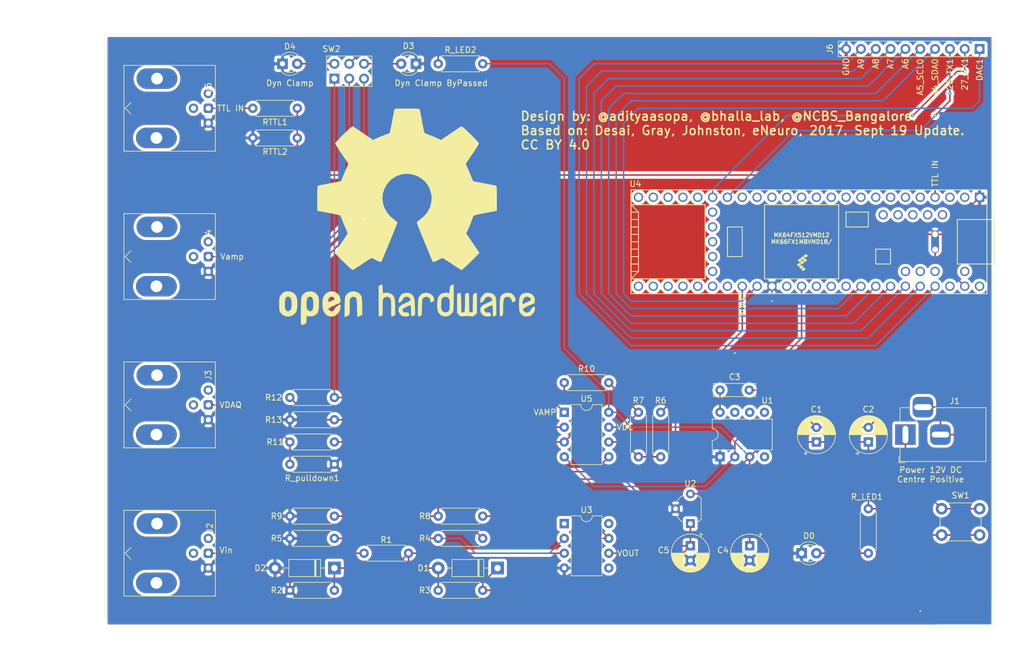
<source format=kicad_pcb>
(kicad_pcb (version 20171130) (host pcbnew "(5.1.6)-1")
  (title_block (title "Dynamic Clamp with Teensy") (date 2020-09-10) (rev v02.1) (comment 1 "CC BY 4.0") (comment 2 "Based on Desai, Gray, Johnston, eNeuro, 2017. Updated on Sept 19.") (comment 3 "Bhalla Lab, NCBS, Bengaluru") (comment 4 "Aditya Asopa"))
  (layers (0 F.Cu signal) (31 B.Cu signal) (36 B.SilkS user) (37 F.SilkS user) (38 B.Mask user) (39 F.Mask user) (44 Edge.Cuts user))
  (net 0 "")
  (net 1 -6V)
  (net 2 +6V)
  (net 3 "Net-(C3-Pad1)")
  (net 4 GND)
  (net 5 +3V3)
  (net 6 "Net-(D0-Pad2)")
  (net 7 "Net-(D1-Pad2)")
  (net 8 "Net-(J1-Pad1)")
  (net 9 "Net-(J2-Pad1)")
  (net 10 "Net-(J3-Pad1)")
  (net 11 "Net-(J5-Pad1)")
  (net 12 /DAC1)
  (net 13 /27_RX1)
  (net 14 /26_TX1)
  (net 15 /A4_SDA0)
  (net 16 /A5_SCL0)
  (net 17 /A6)
  (net 18 /A7)
  (net 19 /A8)
  (net 20 /A9)
  (net 21 GNDA)
  (net 22 "Net-(R4-Pad1)")
  (net 23 "Net-(R4-Pad2)")
  (net 24 "Net-(R6-Pad2)")
  (net 25 "Net-(R6-Pad1)")
  (net 26 "Net-(R10-Pad2)")
  (net 27 "Net-(R8-Pad1)")
  (net 28 "Net-(R10-Pad1)")
  (net 29 "Net-(R12-Pad2)")
  (net 30 "Net-(U1-Pad4)")
  (net 31 "Net-(U1-Pad7)")
  (net 32 "Net-(U1-Pad6)")
  (net 33 "Net-(U1-Pad5)")
  (net 34 "Net-(U3-Pad1)")
  (net 35 "Net-(U3-Pad5)")
  (net 36 "Net-(U3-Pad8)")
  (net 37 "Net-(U4-Pad17)")
  (net 38 "Net-(U4-Pad20)")
  (net 39 "Net-(U4-Pad16)")
  (net 40 "Net-(U4-Pad15)")
  (net 41 "Net-(U4-Pad14)")
  (net 42 "Net-(U4-Pad21)")
  (net 43 "Net-(U4-Pad22)")
  (net 44 "Net-(U4-Pad23)")
  (net 45 "Net-(U4-Pad24)")
  (net 46 "Net-(U4-Pad25)")
  (net 47 "Net-(U4-Pad26)")
  (net 48 "Net-(U4-Pad27)")
  (net 49 "Net-(U4-Pad28)")
  (net 50 "Net-(U4-Pad29)")
  (net 51 "Net-(U4-Pad30)")
  (net 52 "Net-(U4-Pad31)")
  (net 53 "Net-(U4-Pad32)")
  (net 54 "Net-(U4-Pad33)")
  (net 55 "Net-(U4-Pad34)")
  (net 56 "Net-(U4-Pad35)")
  (net 57 "Net-(U4-Pad36)")
  (net 58 "Net-(U4-Pad13)")
  (net 59 "Net-(U4-Pad12)")
  (net 60 "Net-(U4-Pad11)")
  (net 61 "Net-(U4-Pad10)")
  (net 62 "Net-(U4-Pad9)")
  (net 63 "Net-(U4-Pad8)")
  (net 64 "Net-(U4-Pad7)")
  (net 65 "Net-(U4-Pad6)")
  (net 66 "Net-(U4-Pad5)")
  (net 67 "Net-(U4-Pad3)")
  (net 68 "Net-(U4-Pad2)")
  (net 69 "Net-(U4-Pad40)")
  (net 70 "Net-(U4-Pad42)")
  (net 71 "Net-(U4-Pad43)")
  (net 72 "Net-(U4-Pad44)")
  (net 73 "Net-(U4-Pad51)")
  (net 74 "Net-(U4-Pad53)")
  (net 75 "Net-(U4-Pad54)")
  (net 76 "Net-(U4-Pad55)")
  (net 77 "Net-(U4-Pad56)")
  (net 78 "Net-(U4-Pad57)")
  (net 79 "Net-(J4-Pad1)")
  (net 80 "Net-(D3-Pad2)")
  (net 81 "Net-(D4-Pad2)")
  (net 82 "Net-(R12-Pad1)")
  (net 83 "Net-(R_LED2-Pad1)")
  (net 84 "Net-(RTTL1-Pad1)")
  (module Symbol:OSHW-Logo2_48.7x40mm_SilkScreen (layer F.Cu) (at 102.616 82.042)
    (fp_text reference REF** hide)
    (fp_text value OSHW-Logo2_48.7x40mm_SilkScreen hide)
  )
  (module Capacitor_THT:CP_Radial_D6.3mm_P2.50mm (layer F.Cu) (at 161.29 138.43 270)
    (fp_text reference C4 (at 0.762 4.572 180) (layer F.SilkS))
    (fp_text value 1uF)
    (pad 2 thru_hole circle (at 2.5 0 270) (size 1.6 1.6) (drill 0.8) (layers *.Cu *.Mask) (net 4 GND))
    (pad 1 thru_hole rect (at 0 0 270) (size 1.6 1.6) (drill 0.8) (layers *.Cu *.Mask) (net 2 +6V))
  )
  (module Button_Switch_THT:SW_PUSH_6mm (layer F.Cu) (at 194.16 132.08)
    (fp_text reference SW1 (at 3.25 -2.286) (layer F.SilkS))
    (fp_text value "Power Switch")
    (pad 1 thru_hole circle (at 6.5 0 90) (size 2 2) (drill 1.1) (layers *.Cu *.Mask) (net 8 "Net-(J1-Pad1)"))
    (pad 2 thru_hole circle (at 6.5 4.5 90) (size 2 2) (drill 1.1) (layers *.Cu *.Mask) (net 2 +6V))
    (pad 1 thru_hole circle (at 0 0 90) (size 2 2) (drill 1.1) (layers *.Cu *.Mask) (net 8 "Net-(J1-Pad1)"))
    (pad 2 thru_hole circle (at 0 4.5 90) (size 2 2) (drill 1.1) (layers *.Cu *.Mask) (net 2 +6V))
  )
  (module Package_DIP:DIP-8_W7.62mm (layer F.Cu) (at 156.21 123.19 90)
    (fp_text reference U1 (at 9.652 8.128 180) (layer F.SilkS))
    (fp_text value TLE2426xP)
    (pad 8 thru_hole oval (at 7.62 0 90) (size 1.6 1.6) (drill 0.8) (layers *.Cu *.Mask) (net 3 "Net-(C3-Pad1)"))
    (pad 4 thru_hole oval (at 0 7.62 90) (size 1.6 1.6) (drill 0.8) (layers *.Cu *.Mask) (net 30 "Net-(U1-Pad4)"))
    (pad 7 thru_hole oval (at 7.62 2.54 90) (size 1.6 1.6) (drill 0.8) (layers *.Cu *.Mask) (net 31 "Net-(U1-Pad7)"))
    (pad 3 thru_hole oval (at 0 5.08 90) (size 1.6 1.6) (drill 0.8) (layers *.Cu *.Mask) (net 2 +6V))
    (pad 6 thru_hole oval (at 7.62 5.08 90) (size 1.6 1.6) (drill 0.8) (layers *.Cu *.Mask) (net 32 "Net-(U1-Pad6)"))
    (pad 2 thru_hole oval (at 0 2.54 90) (size 1.6 1.6) (drill 0.8) (layers *.Cu *.Mask) (net 1 -6V))
    (pad 5 thru_hole oval (at 7.62 7.62 90) (size 1.6 1.6) (drill 0.8) (layers *.Cu *.Mask) (net 33 "Net-(U1-Pad5)"))
    (pad 1 thru_hole rect (at 0 0 90) (size 1.6 1.6) (drill 0.8) (layers *.Cu *.Mask) (net 4 GND))
  )
  (module Capacitor_THT:CP_Radial_D6.3mm_P2.50mm (layer F.Cu) (at 181.61 120.65 90)
    (fp_text reference C2 (at 5.588 0 180) (layer F.SilkS))
    (fp_text value 100uF)
    (pad 1 thru_hole rect (at 0 0 90) (size 1.6 1.6) (drill 0.8) (layers *.Cu *.Mask) (net 2 +6V))
    (pad 2 thru_hole circle (at 2.5 0 90) (size 1.6 1.6) (drill 0.8) (layers *.Cu *.Mask) (net 1 -6V))
  )
  (module Capacitor_THT:CP_Radial_D6.3mm_P2.50mm (layer F.Cu) (at 172.72 120.65 90)
    (fp_text reference C1 (at 5.588 0 180) (layer F.SilkS))
    (fp_text value 100uF)
    (pad 2 thru_hole circle (at 2.5 0 90) (size 1.6 1.6) (drill 0.8) (layers *.Cu *.Mask) (net 1 -6V))
    (pad 1 thru_hole rect (at 0 0 90) (size 1.6 1.6) (drill 0.8) (layers *.Cu *.Mask) (net 2 +6V))
  )
  (module Capacitor_THT:C_Rect_L7.0mm_W2.0mm_P5.00mm (layer F.Cu) (at 156.21 111.76)
    (fp_text reference C3 (at 2.5 -2.25) (layer F.SilkS))
    (fp_text value 1uF)
    (pad 1 thru_hole circle (at 0 0) (size 1.6 1.6) (drill 0.8) (layers *.Cu *.Mask) (net 3 "Net-(C3-Pad1)"))
    (pad 2 thru_hole circle (at 5 0) (size 1.6 1.6) (drill 0.8) (layers *.Cu *.Mask) (net 1 -6V))
  )
  (module Capacitor_THT:CP_Radial_D6.3mm_P2.50mm (layer F.Cu) (at 151.13 138.43 270)
    (fp_text reference C5 (at 0.762 4.572 180) (layer F.SilkS))
    (fp_text value 2.2uF)
    (pad 1 thru_hole rect (at 0 0 270) (size 1.6 1.6) (drill 0.8) (layers *.Cu *.Mask) (net 5 +3V3))
    (pad 2 thru_hole circle (at 2.5 0 270) (size 1.6 1.6) (drill 0.8) (layers *.Cu *.Mask) (net 4 GND))
  )
  (module LED_THT:LED_D3.0mm (layer F.Cu) (at 170.18 139.7)
    (fp_text reference D0 (at 1.27 -2.96) (layer F.SilkS))
    (fp_text value "Power LED")
    (pad 2 thru_hole circle (at 2.54 0) (size 1.8 1.8) (drill 0.9) (layers *.Cu *.Mask) (net 6 "Net-(D0-Pad2)"))
    (pad 1 thru_hole rect (at 0 0) (size 1.8 1.8) (drill 0.9) (layers *.Cu *.Mask) (net 4 GND))
  )
  (module Diode_THT:D_DO-41_SOD81_P10.16mm_Horizontal (layer F.Cu) (at 118.11 142.24 180)
    (fp_text reference D1 (at 12.7 0) (layer F.SilkS))
    (fp_text value 1N5817)
    (pad 2 thru_hole oval (at 10.16 0 180) (size 2.2 2.2) (drill 1.1) (layers *.Cu *.Mask) (net 7 "Net-(D1-Pad2)"))
    (pad 1 thru_hole rect (at 0 0 180) (size 2.2 2.2) (drill 1.1) (layers *.Cu *.Mask) (net 5 +3V3))
  )
  (module Diode_THT:D_DO-41_SOD81_P10.16mm_Horizontal (layer F.Cu) (at 90.17 142.24 180)
    (fp_text reference D2 (at 12.7 0) (layer F.SilkS))
    (fp_text value 1N5817)
    (pad 1 thru_hole rect (at 0 0 180) (size 2.2 2.2) (drill 1.1) (layers *.Cu *.Mask) (net 7 "Net-(D1-Pad2)"))
    (pad 2 thru_hole oval (at 10.16 0 180) (size 2.2 2.2) (drill 1.1) (layers *.Cu *.Mask) (net 4 GND))
  )
  (module Connector_BarrelJack:BarrelJack_Horizontal (layer F.Cu) (at 187.96 119.38 180)
    (fp_text reference J1 (at -8.45 5.75) (layer F.SilkS))
    (fp_text value "12V DC")
    (pad 1 thru_hole rect (at 0 0 180) (size 3.5 3.5) (drill oval 1 3) (layers *.Cu *.Mask) (net 8 "Net-(J1-Pad1)"))
    (pad 2 thru_hole roundrect (at -6 0 180) (size 3.500001 3.500001) (drill oval 2.999999 1) (layers *.Cu *.Mask) (net 1 -6V))
    (pad 3 thru_hole roundrect (at -3 4.7 180) (size 3.500001 3.500001) (drill oval 2.999999 1) (layers *.Cu *.Mask))
  )
  (module Connector_Coaxial:BNC_Amphenol_031-6575_Horizontal (layer F.Cu) (at 68.58 139.7 90)
    (fp_text reference J2 (at 4.318 0.254 90) (layer F.SilkS))
    (fp_text value VIN)
    (pad "" thru_hole oval (at -5.08 -8.89 90) (size 3.5 7) (drill 2.01) (layers *.Cu *.Mask))
    (pad "" thru_hole oval (at 5.08 -8.79 90) (size 3.5 7) (drill 2.01) (layers *.Cu *.Mask))
    (pad 1 thru_hole roundrect (at 0 0 90) (size 1.6 1.6) (drill 0.89) (layers *.Cu *.Mask) (net 9 "Net-(J2-Pad1)"))
    (pad 2 thru_hole circle (at -2.54 0 90) (size 1.6 1.6) (drill 0.89) (layers *.Cu *.Mask) (net 4 GND))
    (pad 3 thru_hole circle (at 0 -2.54 90) (size 1.6 1.6) (drill 0.89) (layers *.Cu *.Mask))
    (pad 4 thru_hole circle (at 2.54 0 90) (size 1.6 1.6) (drill 0.89) (layers *.Cu *.Mask))
  )
  (module Connector_Coaxial:BNC_Amphenol_031-6575_Horizontal (layer F.Cu) (at 68.58 114.3 90)
    (fp_text reference J3 (at 5.08 0 90) (layer F.SilkS))
    (fp_text value VDAQ)
    (pad 4 thru_hole circle (at 2.54 0 90) (size 1.6 1.6) (drill 0.89) (layers *.Cu *.Mask))
    (pad 3 thru_hole circle (at 0 -2.54 90) (size 1.6 1.6) (drill 0.89) (layers *.Cu *.Mask))
    (pad 2 thru_hole circle (at -2.54 0 90) (size 1.6 1.6) (drill 0.89) (layers *.Cu *.Mask) (net 4 GND))
    (pad 1 thru_hole roundrect (at 0 0 90) (size 1.6 1.6) (drill 0.89) (layers *.Cu *.Mask) (net 10 "Net-(J3-Pad1)"))
    (pad "" thru_hole oval (at 5.08 -8.79 90) (size 3.5 7) (drill 2.01) (layers *.Cu *.Mask))
    (pad "" thru_hole oval (at -5.08 -8.89 90) (size 3.5 7) (drill 2.01) (layers *.Cu *.Mask))
  )
  (module Connector_Coaxial:BNC_Amphenol_031-6575_Horizontal (layer F.Cu) (at 68.58 88.9 90)
    (fp_text reference J4 (at 3.81 0 270) (layer F.SilkS))
    (fp_text value VAMP)
    (pad "" thru_hole oval (at -5.08 -8.89 90) (size 3.5 7) (drill 2.01) (layers *.Cu *.Mask))
    (pad "" thru_hole oval (at 5.08 -8.79 90) (size 3.5 7) (drill 2.01) (layers *.Cu *.Mask))
    (pad 1 thru_hole roundrect (at 0 0 90) (size 1.6 1.6) (drill 0.89) (layers *.Cu *.Mask) (net 79 "Net-(J4-Pad1)"))
    (pad 2 thru_hole circle (at -2.54 0 90) (size 1.6 1.6) (drill 0.89) (layers *.Cu *.Mask) (net 4 GND))
    (pad 3 thru_hole circle (at 0 -2.54 90) (size 1.6 1.6) (drill 0.89) (layers *.Cu *.Mask))
    (pad 4 thru_hole circle (at 2.54 0 90) (size 1.6 1.6) (drill 0.89) (layers *.Cu *.Mask))
  )
  (module Connector_Coaxial:BNC_Amphenol_031-6575_Horizontal (layer F.Cu) (at 68.58 63.5 90)
    (fp_text reference J5 (at 3.556 0 90) (layer F.SilkS))
    (fp_text value TTL)
    (pad 4 thru_hole circle (at 2.54 0 90) (size 1.6 1.6) (drill 0.89) (layers *.Cu *.Mask))
    (pad 3 thru_hole circle (at 0 -2.54 90) (size 1.6 1.6) (drill 0.89) (layers *.Cu *.Mask))
    (pad 2 thru_hole circle (at -2.54 0 90) (size 1.6 1.6) (drill 0.89) (layers *.Cu *.Mask) (net 4 GND))
    (pad 1 thru_hole roundrect (at 0 0 90) (size 1.6 1.6) (drill 0.89) (layers *.Cu *.Mask) (net 11 "Net-(J5-Pad1)"))
    (pad "" thru_hole oval (at 5.08 -8.79 90) (size 3.5 7) (drill 2.01) (layers *.Cu *.Mask))
    (pad "" thru_hole oval (at -5.08 -8.89 90) (size 3.5 7) (drill 2.01) (layers *.Cu *.Mask))
  )
  (module Connector_PinSocket_2.54mm:PinSocket_1x10_P2.54mm_Vertical (layer F.Cu) (at 200.66 53.34 270)
    (fp_text reference J6 (at 0 25.654 90) (layer F.SilkS))
    (fp_text value Breakout)
    (pad 10 thru_hole oval (at 0 22.86 270) (size 1.7 1.7) (drill 1) (layers *.Cu *.Mask) (net 4 GND))
    (pad 9 thru_hole oval (at 0 20.32 270) (size 1.7 1.7) (drill 1) (layers *.Cu *.Mask) (net 20 /A9))
    (pad 8 thru_hole oval (at 0 17.78 270) (size 1.7 1.7) (drill 1) (layers *.Cu *.Mask) (net 19 /A8))
    (pad 7 thru_hole oval (at 0 15.24 270) (size 1.7 1.7) (drill 1) (layers *.Cu *.Mask) (net 18 /A7))
    (pad 6 thru_hole oval (at 0 12.7 270) (size 1.7 1.7) (drill 1) (layers *.Cu *.Mask) (net 17 /A6))
    (pad 5 thru_hole oval (at 0 10.16 270) (size 1.7 1.7) (drill 1) (layers *.Cu *.Mask) (net 16 /A5_SCL0))
    (pad 4 thru_hole oval (at 0 7.62 270) (size 1.7 1.7) (drill 1) (layers *.Cu *.Mask) (net 15 /A4_SDA0))
    (pad 3 thru_hole oval (at 0 5.08 270) (size 1.7 1.7) (drill 1) (layers *.Cu *.Mask) (net 14 /26_TX1))
    (pad 2 thru_hole oval (at 0 2.54 270) (size 1.7 1.7) (drill 1) (layers *.Cu *.Mask) (net 13 /27_RX1))
    (pad 1 thru_hole rect (at 0 0 270) (size 1.7 1.7) (drill 1) (layers *.Cu *.Mask) (net 12 /DAC1))
  )
  (module NetTie:NetTie-2_THT_Pad1.0mm (layer F.Cu) (at 193.04 85.09 270)
    (fp_text reference NT1 hide)
    (fp_text value Net-Tie_2)
    (fp_poly (pts (xy 0 -0.65) (xy 2.6 -0.65) (xy 2.6 0.65) (xy 0 0.65)) (layer B.Cu) (width 0))
    (fp_poly (pts (xy 0 -0.65) (xy 2.6 -0.65) (xy 2.6 0.65) (xy 0 0.65)) (layer F.Cu) (width 0))
    (pad 1 thru_hole circle (at 0 0 270) (size 1.3 1.3) (drill 1) (layers *.Cu) (net 4 GND))
    (pad 2 thru_hole circle (at 2.6 0 270) (size 1.3 1.3) (drill 1) (layers *.Cu) (net 21 GNDA))
  )
  (module Resistor_THT:R_Axial_DIN0207_L6.3mm_D2.5mm_P7.62mm_Horizontal (layer F.Cu) (at 102.87 139.7 180)
    (fp_text reference R1 (at 3.81 2.286) (layer F.SilkS))
    (fp_text value 10kΩ)
    (pad 2 thru_hole oval (at 7.62 0 180) (size 1.6 1.6) (drill 0.8) (layers *.Cu *.Mask) (net 9 "Net-(J2-Pad1)"))
    (pad 1 thru_hole circle (at 0 0 180) (size 1.6 1.6) (drill 0.8) (layers *.Cu *.Mask) (net 7 "Net-(D1-Pad2)"))
  )
  (module Resistor_THT:R_Axial_DIN0207_L6.3mm_D2.5mm_P7.62mm_Horizontal (layer F.Cu) (at 82.55 146.05)
    (fp_text reference R2 (at -2.286 0) (layer F.SilkS))
    (fp_text value 4.7kΩ)
    (pad 1 thru_hole circle (at 0 0) (size 1.6 1.6) (drill 0.8) (layers *.Cu *.Mask) (net 4 GND))
    (pad 2 thru_hole oval (at 7.62 0) (size 1.6 1.6) (drill 0.8) (layers *.Cu *.Mask) (net 7 "Net-(D1-Pad2)"))
  )
  (module Resistor_THT:R_Axial_DIN0207_L6.3mm_D2.5mm_P7.62mm_Horizontal (layer F.Cu) (at 115.57 146.05 180)
    (fp_text reference R3 (at 9.906 0) (layer F.SilkS))
    (fp_text value 3.2kΩ)
    (pad 1 thru_hole circle (at 0 0 180) (size 1.6 1.6) (drill 0.8) (layers *.Cu *.Mask) (net 5 +3V3))
    (pad 2 thru_hole oval (at 7.62 0 180) (size 1.6 1.6) (drill 0.8) (layers *.Cu *.Mask) (net 7 "Net-(D1-Pad2)"))
  )
  (module Resistor_THT:R_Axial_DIN0207_L6.3mm_D2.5mm_P7.62mm_Horizontal (layer F.Cu) (at 115.57 137.16 180)
    (fp_text reference R4 (at 9.906 0) (layer F.SilkS))
    (fp_text value 0)
    (pad 1 thru_hole circle (at 0 0 180) (size 1.6 1.6) (drill 0.8) (layers *.Cu *.Mask) (net 22 "Net-(R4-Pad1)"))
    (pad 2 thru_hole oval (at 7.62 0 180) (size 1.6 1.6) (drill 0.8) (layers *.Cu *.Mask) (net 23 "Net-(R4-Pad2)"))
  )
  (module Resistor_THT:R_Axial_DIN0207_L6.3mm_D2.5mm_P7.62mm_Horizontal (layer F.Cu) (at 90.17 137.16 180)
    (fp_text reference R5 (at 9.906 0) (layer F.SilkS))
    (fp_text value Inf)
    (pad 2 thru_hole oval (at 7.62 0 180) (size 1.6 1.6) (drill 0.8) (layers *.Cu *.Mask) (net 4 GND))
    (pad 1 thru_hole circle (at 0 0 180) (size 1.6 1.6) (drill 0.8) (layers *.Cu *.Mask) (net 23 "Net-(R4-Pad2)"))
  )
  (module Resistor_THT:R_Axial_DIN0207_L6.3mm_D2.5mm_P7.62mm_Horizontal (layer F.Cu) (at 146.05 123.19 90)
    (fp_text reference R6 (at 9.652 0 180) (layer F.SilkS))
    (fp_text value 4.7kΩ)
    (pad 2 thru_hole oval (at 7.62 0 90) (size 1.6 1.6) (drill 0.8) (layers *.Cu *.Mask) (net 24 "Net-(R6-Pad2)"))
    (pad 1 thru_hole circle (at 0 0 90) (size 1.6 1.6) (drill 0.8) (layers *.Cu *.Mask) (net 25 "Net-(R6-Pad1)"))
  )
  (module Resistor_THT:R_Axial_DIN0207_L6.3mm_D2.5mm_P7.62mm_Horizontal (layer F.Cu) (at 142.24 123.19 90)
    (fp_text reference R7 (at 9.652 0 180) (layer F.SilkS))
    (fp_text value 10kΩ)
    (pad 2 thru_hole oval (at 7.62 0 90) (size 1.6 1.6) (drill 0.8) (layers *.Cu *.Mask) (net 26 "Net-(R10-Pad2)"))
    (pad 1 thru_hole circle (at 0 0 90) (size 1.6 1.6) (drill 0.8) (layers *.Cu *.Mask) (net 25 "Net-(R6-Pad1)"))
  )
  (module Resistor_THT:R_Axial_DIN0207_L6.3mm_D2.5mm_P7.62mm_Horizontal (layer F.Cu) (at 107.95 133.35)
    (fp_text reference R8 (at -2.286 0) (layer F.SilkS))
    (fp_text value 10kΩ)
    (pad 2 thru_hole oval (at 7.62 0) (size 1.6 1.6) (drill 0.8) (layers *.Cu *.Mask) (net 5 +3V3))
    (pad 1 thru_hole circle (at 0 0) (size 1.6 1.6) (drill 0.8) (layers *.Cu *.Mask) (net 27 "Net-(R8-Pad1)"))
  )
  (module Resistor_THT:R_Axial_DIN0207_L6.3mm_D2.5mm_P7.62mm_Horizontal (layer F.Cu) (at 90.17 133.35 180)
    (fp_text reference R9 (at 9.906 0) (layer F.SilkS))
    (fp_text value 4.7kΩ)
    (pad 1 thru_hole circle (at 0 0 180) (size 1.6 1.6) (drill 0.8) (layers *.Cu *.Mask) (net 27 "Net-(R8-Pad1)"))
    (pad 2 thru_hole oval (at 7.62 0 180) (size 1.6 1.6) (drill 0.8) (layers *.Cu *.Mask) (net 4 GND))
  )
  (module Resistor_THT:R_Axial_DIN0207_L6.3mm_D2.5mm_P7.62mm_Horizontal (layer F.Cu) (at 129.54 110.49)
    (fp_text reference R10 (at 3.81 -2.37) (layer F.SilkS))
    (fp_text value 10kΩ)
    (pad 1 thru_hole circle (at 0 0) (size 1.6 1.6) (drill 0.8) (layers *.Cu *.Mask) (net 28 "Net-(R10-Pad1)"))
    (pad 2 thru_hole oval (at 7.62 0) (size 1.6 1.6) (drill 0.8) (layers *.Cu *.Mask) (net 26 "Net-(R10-Pad2)"))
  )
  (module Resistor_THT:R_Axial_DIN0207_L6.3mm_D2.5mm_P7.62mm_Horizontal (layer F.Cu) (at 90.17 120.65 180)
    (fp_text reference R11 (at 10.16 0) (layer F.SilkS))
    (fp_text value 10kΩ)
    (pad 2 thru_hole oval (at 7.62 0 180) (size 1.6 1.6) (drill 0.8) (layers *.Cu *.Mask) (net 10 "Net-(J3-Pad1)"))
    (pad 1 thru_hole circle (at 0 0 180) (size 1.6 1.6) (drill 0.8) (layers *.Cu *.Mask) (net 28 "Net-(R10-Pad1)"))
  )
  (module Resistor_THT:R_Axial_DIN0207_L6.3mm_D2.5mm_P7.62mm_Horizontal (layer F.Cu) (at 90.17 113.03 180)
    (fp_text reference R12 (at 10.414 0) (layer F.SilkS))
    (fp_text value 10kΩ)
    (pad 1 thru_hole circle (at 0 0 180) (size 1.6 1.6) (drill 0.8) (layers *.Cu *.Mask) (net 82 "Net-(R12-Pad1)"))
    (pad 2 thru_hole oval (at 7.62 0 180) (size 1.6 1.6) (drill 0.8) (layers *.Cu *.Mask) (net 29 "Net-(R12-Pad2)"))
  )
  (module Resistor_THT:R_Axial_DIN0207_L6.3mm_D2.5mm_P7.62mm_Horizontal (layer F.Cu) (at 90.17 116.84 180)
    (fp_text reference R13 (at 10.414 0) (layer F.SilkS))
    (fp_text value 10kΩ)
    (pad 1 thru_hole circle (at 0 0 180) (size 1.6 1.6) (drill 0.8) (layers *.Cu *.Mask) (net 29 "Net-(R12-Pad2)"))
    (pad 2 thru_hole oval (at 7.62 0 180) (size 1.6 1.6) (drill 0.8) (layers *.Cu *.Mask) (net 4 GND))
  )
  (module Resistor_THT:R_Axial_DIN0207_L6.3mm_D2.5mm_P7.62mm_Horizontal (layer F.Cu) (at 181.61 139.7 90)
    (fp_text reference R_LED1 (at 9.652 -0.254 180) (layer F.SilkS))
    (fp_text value 470Ω)
    (pad 1 thru_hole circle (at 0 0 90) (size 1.6 1.6) (drill 0.8) (layers *.Cu *.Mask) (net 6 "Net-(D0-Pad2)"))
    (pad 2 thru_hole oval (at 7.62 0 90) (size 1.6 1.6) (drill 0.8) (layers *.Cu *.Mask) (net 2 +6V))
  )
  (module teensy:Teensy35_36 (layer F.Cu) (at 171.45 86.36 180)
    (fp_text reference U4 (at 29.718 9.906) (layer F.SilkS))
    (fp_text value Teensy3.6)
    (fp_text user MK66FX1MBVMD18/ (at 1.27 0) (layer F.SilkS) (effects (font (size 0.7 0.7))))
    (fp_text user MK64FX512VMD12 (at 1.27 1.143) (layer F.SilkS) (effects (font (size 0.7 0.7))))
    (pad 17 thru_hole circle (at 11.43 7.62 180) (size 1.6 1.6) (drill 1.1) (layers *.Cu *.Mask) (net 37 "Net-(U4-Pad17)"))
    (pad 18 thru_hole circle (at 13.97 7.62 180) (size 1.6 1.6) (drill 1.1) (layers *.Cu *.Mask) (net 14 /26_TX1))
    (pad 19 thru_hole circle (at 16.51 7.62 180) (size 1.6 1.6) (drill 1.1) (layers *.Cu *.Mask) (net 13 /27_RX1))
    (pad 20 thru_hole circle (at 19.05 7.62 180) (size 1.6 1.6) (drill 1.1) (layers *.Cu *.Mask) (net 38 "Net-(U4-Pad20)"))
    (pad 16 thru_hole circle (at 8.89 7.62 180) (size 1.6 1.6) (drill 1.1) (layers *.Cu *.Mask) (net 39 "Net-(U4-Pad16)"))
    (pad 15 thru_hole circle (at 6.35 7.62 180) (size 1.6 1.6) (drill 1.1) (layers *.Cu *.Mask) (net 40 "Net-(U4-Pad15)"))
    (pad 14 thru_hole circle (at 3.81 7.62 180) (size 1.6 1.6) (drill 1.1) (layers *.Cu *.Mask) (net 41 "Net-(U4-Pad14)"))
    (pad 21 thru_hole circle (at 21.59 7.62 180) (size 1.6 1.6) (drill 1.1) (layers *.Cu *.Mask) (net 42 "Net-(U4-Pad21)"))
    (pad 22 thru_hole circle (at 24.13 7.62 180) (size 1.6 1.6) (drill 1.1) (layers *.Cu *.Mask) (net 43 "Net-(U4-Pad22)"))
    (pad 23 thru_hole circle (at 26.67 7.62 180) (size 1.6 1.6) (drill 1.1) (layers *.Cu *.Mask) (net 44 "Net-(U4-Pad23)"))
    (pad 24 thru_hole circle (at 29.21 7.62 180) (size 1.6 1.6) (drill 1.1) (layers *.Cu *.Mask) (net 45 "Net-(U4-Pad24)"))
    (pad 25 thru_hole circle (at 16.51 5.08 180) (size 1.6 1.6) (drill 1.1) (layers *.Cu *.Mask) (net 46 "Net-(U4-Pad25)"))
    (pad 26 thru_hole circle (at 16.51 2.54 180) (size 1.6 1.6) (drill 1.1) (layers *.Cu *.Mask) (net 47 "Net-(U4-Pad26)"))
    (pad 27 thru_hole circle (at 16.51 0 180) (size 1.6 1.6) (drill 1.1) (layers *.Cu *.Mask) (net 48 "Net-(U4-Pad27)"))
    (pad 28 thru_hole circle (at 16.51 -2.54 180) (size 1.6 1.6) (drill 1.1) (layers *.Cu *.Mask) (net 49 "Net-(U4-Pad28)"))
    (pad 29 thru_hole circle (at 16.51 -5.08 180) (size 1.6 1.6) (drill 1.1) (layers *.Cu *.Mask) (net 50 "Net-(U4-Pad29)"))
    (pad 30 thru_hole circle (at 29.21 -7.62 180) (size 1.6 1.6) (drill 1.1) (layers *.Cu *.Mask) (net 51 "Net-(U4-Pad30)"))
    (pad 31 thru_hole circle (at 26.67 -7.62 180) (size 1.6 1.6) (drill 1.1) (layers *.Cu *.Mask) (net 52 "Net-(U4-Pad31)"))
    (pad 32 thru_hole circle (at 24.13 -7.62 180) (size 1.6 1.6) (drill 1.1) (layers *.Cu *.Mask) (net 53 "Net-(U4-Pad32)"))
    (pad 33 thru_hole circle (at 21.59 -7.62 180) (size 1.6 1.6) (drill 1.1) (layers *.Cu *.Mask) (net 54 "Net-(U4-Pad33)"))
    (pad 34 thru_hole circle (at 19.05 -7.62 180) (size 1.6 1.6) (drill 1.1) (layers *.Cu *.Mask) (net 55 "Net-(U4-Pad34)"))
    (pad 35 thru_hole circle (at 16.51 -7.62 180) (size 1.6 1.6) (drill 1.1) (layers *.Cu *.Mask) (net 56 "Net-(U4-Pad35)"))
    (pad 36 thru_hole circle (at 13.97 -7.62 180) (size 1.6 1.6) (drill 1.1) (layers *.Cu *.Mask) (net 57 "Net-(U4-Pad36)"))
    (pad 37 thru_hole circle (at 11.43 -7.62 180) (size 1.6 1.6) (drill 1.1) (layers *.Cu *.Mask) (net 24 "Net-(R6-Pad2)"))
    (pad 13 thru_hole circle (at 1.27 7.62 180) (size 1.6 1.6) (drill 1.1) (layers *.Cu *.Mask) (net 58 "Net-(U4-Pad13)"))
    (pad 12 thru_hole circle (at -1.27 7.62 180) (size 1.6 1.6) (drill 1.1) (layers *.Cu *.Mask) (net 59 "Net-(U4-Pad12)"))
    (pad 11 thru_hole circle (at -3.81 7.62 180) (size 1.6 1.6) (drill 1.1) (layers *.Cu *.Mask) (net 60 "Net-(U4-Pad11)"))
    (pad 10 thru_hole circle (at -6.35 7.62 180) (size 1.6 1.6) (drill 1.1) (layers *.Cu *.Mask) (net 61 "Net-(U4-Pad10)"))
    (pad 9 thru_hole circle (at -8.89 7.62 180) (size 1.6 1.6) (drill 1.1) (layers *.Cu *.Mask) (net 62 "Net-(U4-Pad9)"))
    (pad 8 thru_hole circle (at -11.43 7.62 180) (size 1.6 1.6) (drill 1.1) (layers *.Cu *.Mask) (net 63 "Net-(U4-Pad8)"))
    (pad 7 thru_hole circle (at -13.97 7.62 180) (size 1.6 1.6) (drill 1.1) (layers *.Cu *.Mask) (net 64 "Net-(U4-Pad7)"))
    (pad 6 thru_hole circle (at -16.51 7.62 180) (size 1.6 1.6) (drill 1.1) (layers *.Cu *.Mask) (net 65 "Net-(U4-Pad6)"))
    (pad 5 thru_hole circle (at -19.05 7.62 180) (size 1.6 1.6) (drill 1.1) (layers *.Cu *.Mask) (net 66 "Net-(U4-Pad5)"))
    (pad 4 thru_hole circle (at -21.59 7.62 180) (size 1.6 1.6) (drill 1.1) (layers *.Cu *.Mask) (net 84 "Net-(RTTL1-Pad1)"))
    (pad 3 thru_hole circle (at -24.13 7.62 180) (size 1.6 1.6) (drill 1.1) (layers *.Cu *.Mask) (net 67 "Net-(U4-Pad3)"))
    (pad 2 thru_hole circle (at -26.67 7.62 180) (size 1.6 1.6) (drill 1.1) (layers *.Cu *.Mask) (net 68 "Net-(U4-Pad2)"))
    (pad 1 thru_hole rect (at -29.21 7.62 180) (size 1.6 1.6) (drill 1.1) (layers *.Cu *.Mask) (net 4 GND))
    (pad 38 thru_hole circle (at 8.89 -7.62 180) (size 1.6 1.6) (drill 1.1) (layers *.Cu *.Mask) (net 12 /DAC1))
    (pad 39 thru_hole circle (at 6.35 -7.62 180) (size 1.6 1.6) (drill 1.1) (layers *.Cu *.Mask) (net 4 GND))
    (pad 40 thru_hole circle (at 3.81 -7.62 180) (size 1.6 1.6) (drill 1.1) (layers *.Cu *.Mask) (net 69 "Net-(U4-Pad40)"))
    (pad 41 thru_hole circle (at 1.27 -7.62 180) (size 1.6 1.6) (drill 1.1) (layers *.Cu *.Mask) (net 22 "Net-(R4-Pad1)"))
    (pad 42 thru_hole circle (at -1.27 -7.62 180) (size 1.6 1.6) (drill 1.1) (layers *.Cu *.Mask) (net 70 "Net-(U4-Pad42)"))
    (pad 43 thru_hole circle (at -3.81 -7.62 180) (size 1.6 1.6) (drill 1.1) (layers *.Cu *.Mask) (net 71 "Net-(U4-Pad43)"))
    (pad 44 thru_hole circle (at -6.35 -7.62 180) (size 1.6 1.6) (drill 1.1) (layers *.Cu *.Mask) (net 72 "Net-(U4-Pad44)"))
    (pad 45 thru_hole circle (at -8.89 -7.62 180) (size 1.6 1.6) (drill 1.1) (layers *.Cu *.Mask) (net 15 /A4_SDA0))
    (pad 46 thru_hole circle (at -11.43 -7.62 180) (size 1.6 1.6) (drill 1.1) (layers *.Cu *.Mask) (net 16 /A5_SCL0))
    (pad 47 thru_hole circle (at -13.97 -7.62 180) (size 1.6 1.6) (drill 1.1) (layers *.Cu *.Mask) (net 17 /A6))
    (pad 48 thru_hole circle (at -16.51 -7.62 180) (size 1.6 1.6) (drill 1.1) (layers *.Cu *.Mask) (net 18 /A7))
    (pad 49 thru_hole circle (at -19.05 -7.62 180) (size 1.6 1.6) (drill 1.1) (layers *.Cu *.Mask) (net 19 /A8))
    (pad 50 thru_hole circle (at -21.59 -7.62 180) (size 1.6 1.6) (drill 1.1) (layers *.Cu *.Mask) (net 20 /A9))
    (pad 51 thru_hole circle (at -24.13 -7.62 180) (size 1.6 1.6) (drill 1.1) (layers *.Cu *.Mask) (net 73 "Net-(U4-Pad51)"))
    (pad 52 thru_hole circle (at -26.67 -7.62 180) (size 1.6 1.6) (drill 1.1) (layers *.Cu *.Mask) (net 21 GNDA))
    (pad 53 thru_hole circle (at -29.21 -7.62 180) (size 1.6 1.6) (drill 1.1) (layers *.Cu *.Mask) (net 74 "Net-(U4-Pad53)"))
    (pad 54 thru_hole circle (at -26.67 -5.08 180) (size 1.6 1.6) (drill 1.1) (layers *.Cu *.Mask) (net 75 "Net-(U4-Pad54)"))
    (pad 55 thru_hole circle (at -21.59 -5.08 180) (size 1.6 1.6) (drill 1.1) (layers *.Cu *.Mask) (net 76 "Net-(U4-Pad55)"))
    (pad 56 thru_hole circle (at -19.05 -5.08 180) (size 1.6 1.6) (drill 1.1) (layers *.Cu *.Mask) (net 77 "Net-(U4-Pad56)"))
    (pad 57 thru_hole circle (at -16.51 -5.08 180) (size 1.6 1.6) (drill 1.1) (layers *.Cu *.Mask) (net 78 "Net-(U4-Pad57)"))
    (pad 58 thru_hole circle (at -22.86 4.62 180) (size 1.6 1.6) (drill 1.1) (layers *.Cu *.Mask))
    (pad 59 thru_hole circle (at -20.32 4.62 180) (size 1.6 1.6) (drill 1.1) (layers *.Cu *.Mask))
    (pad 60 thru_hole circle (at -17.78 4.62 180) (size 1.6 1.6) (drill 1.1) (layers *.Cu *.Mask))
    (pad 61 thru_hole circle (at -15.24 4.62 180) (size 1.6 1.6) (drill 1.1) (layers *.Cu *.Mask))
    (pad 62 thru_hole circle (at -12.7 4.62 180) (size 1.6 1.6) (drill 1.1) (layers *.Cu *.Mask))
  )
  (module Package_DIP:DIP-8_W7.62mm (layer F.Cu) (at 129.54 115.57)
    (fp_text reference U5 (at 3.81 -2.33) (layer F.SilkS))
    (fp_text value LM358)
    (pad 1 thru_hole rect (at 0 0) (size 1.6 1.6) (drill 0.8) (layers *.Cu *.Mask) (net 82 "Net-(R12-Pad1)"))
    (pad 5 thru_hole oval (at 7.62 7.62) (size 1.6 1.6) (drill 0.8) (layers *.Cu *.Mask) (net 27 "Net-(R8-Pad1)"))
    (pad 2 thru_hole oval (at 0 2.54) (size 1.6 1.6) (drill 0.8) (layers *.Cu *.Mask) (net 29 "Net-(R12-Pad2)"))
    (pad 6 thru_hole oval (at 7.62 5.08) (size 1.6 1.6) (drill 0.8) (layers *.Cu *.Mask) (net 25 "Net-(R6-Pad1)"))
    (pad 3 thru_hole oval (at 0 5.08) (size 1.6 1.6) (drill 0.8) (layers *.Cu *.Mask) (net 28 "Net-(R10-Pad1)"))
    (pad 7 thru_hole oval (at 7.62 2.54) (size 1.6 1.6) (drill 0.8) (layers *.Cu *.Mask) (net 26 "Net-(R10-Pad2)"))
    (pad 4 thru_hole oval (at 0 7.62) (size 1.6 1.6) (drill 0.8) (layers *.Cu *.Mask) (net 1 -6V))
    (pad 8 thru_hole oval (at 7.62 0) (size 1.6 1.6) (drill 0.8) (layers *.Cu *.Mask) (net 2 +6V))
  )
  (module Package_TO_SOT_THT:TO-92_Wide (layer F.Cu) (at 151.13 134.62 90)
    (fp_text reference U2 (at 6.858 0 180) (layer F.SilkS))
    (fp_text value LP2950-3.3)
    (pad 2 thru_hole circle (at 2.54 -2.54 180) (size 1.5 1.5) (drill 0.8) (layers *.Cu *.Mask) (net 4 GND))
    (pad 3 thru_hole circle (at 5.08 0 180) (size 1.5 1.5) (drill 0.8) (layers *.Cu *.Mask) (net 2 +6V))
    (pad 1 thru_hole rect (at 0 0 180) (size 1.5 1.5) (drill 0.8) (layers *.Cu *.Mask) (net 5 +3V3))
  )
  (module LED_THT:LED_D3.0mm (layer F.Cu) (at 104.14 55.88 180)
    (fp_text reference D3 (at 1.27 3.048) (layer F.SilkS))
    (fp_text value "Mode LED")
    (pad 2 thru_hole circle (at 2.54 0 180) (size 1.8 1.8) (drill 0.9) (layers *.Cu *.Mask) (net 80 "Net-(D3-Pad2)"))
    (pad 1 thru_hole rect (at 0 0 180) (size 1.8 1.8) (drill 0.9) (layers *.Cu *.Mask) (net 4 GND))
  )
  (module LED_THT:LED_D3.0mm (layer F.Cu) (at 81.28 55.88)
    (fp_text reference D4 (at 1.27 -2.96) (layer F.SilkS))
    (fp_text value "Mode LED")
    (pad 1 thru_hole rect (at 0 0) (size 1.8 1.8) (drill 0.9) (layers *.Cu *.Mask) (net 4 GND))
    (pad 2 thru_hole circle (at 2.54 0) (size 1.8 1.8) (drill 0.9) (layers *.Cu *.Mask) (net 81 "Net-(D4-Pad2)"))
  )
  (module Resistor_THT:R_Axial_DIN0207_L6.3mm_D2.5mm_P7.62mm_Horizontal (layer F.Cu) (at 107.95 55.88)
    (fp_text reference R_LED2 (at 3.81 -2.37) (layer F.SilkS))
    (fp_text value 470Ω)
    (pad 1 thru_hole circle (at 0 0) (size 1.6 1.6) (drill 0.8) (layers *.Cu *.Mask) (net 83 "Net-(R_LED2-Pad1)"))
    (pad 2 thru_hole oval (at 7.62 0) (size 1.6 1.6) (drill 0.8) (layers *.Cu *.Mask) (net 2 +6V))
  )
  (module Resistor_THT:R_Axial_DIN0207_L6.3mm_D2.5mm_P7.62mm_Horizontal (layer F.Cu) (at 83.82 63.5 180)
    (fp_text reference RTTL1 (at 3.81 -2.37) (layer F.SilkS))
    (fp_text value 1kΩ)
    (pad 2 thru_hole oval (at 7.62 0 180) (size 1.6 1.6) (drill 0.8) (layers *.Cu *.Mask) (net 11 "Net-(J5-Pad1)"))
    (pad 1 thru_hole circle (at 0 0 180) (size 1.6 1.6) (drill 0.8) (layers *.Cu *.Mask) (net 84 "Net-(RTTL1-Pad1)"))
  )
  (module Resistor_THT:R_Axial_DIN0207_L6.3mm_D2.5mm_P7.62mm_Horizontal (layer F.Cu) (at 83.82 68.58 180)
    (fp_text reference RTTL2 (at 3.81 -2.37) (layer F.SilkS))
    (fp_text value 1kΩ)
    (pad 1 thru_hole circle (at 0 0 180) (size 1.6 1.6) (drill 0.8) (layers *.Cu *.Mask) (net 84 "Net-(RTTL1-Pad1)"))
    (pad 2 thru_hole oval (at 7.62 0 180) (size 1.6 1.6) (drill 0.8) (layers *.Cu *.Mask) (net 4 GND))
  )
  (module dynClamp:PinHeader_2x03_P2.54mm_Vertical_row_wise (layer F.Cu) (at 90.17 58.42 90)
    (fp_text reference SW2 (at 5.08 -0.508 180) (layer F.SilkS))
    (fp_text value SW_DPDT_x2)
    (pad 1 thru_hole rect (at 0 0 90) (size 1.7 1.7) (drill 1) (layers *.Cu *.Mask) (net 82 "Net-(R12-Pad1)"))
    (pad 2 thru_hole oval (at 0 2.54 90) (size 1.7 1.7) (drill 1) (layers *.Cu *.Mask) (net 79 "Net-(J4-Pad1)"))
    (pad 3 thru_hole oval (at 0 5.08 90) (size 1.7 1.7) (drill 1) (layers *.Cu *.Mask) (net 10 "Net-(J3-Pad1)"))
    (pad 4 thru_hole oval (at 2.54 0 90) (size 1.7 1.7) (drill 1) (layers *.Cu *.Mask) (net 81 "Net-(D4-Pad2)"))
    (pad 5 thru_hole oval (at 2.54 2.54 90) (size 1.7 1.7) (drill 1) (layers *.Cu *.Mask) (net 83 "Net-(R_LED2-Pad1)"))
    (pad 6 thru_hole oval (at 2.54 5.08 270) (size 1.7 1.7) (drill 1) (layers *.Cu *.Mask) (net 80 "Net-(D3-Pad2)"))
  )
  (module Package_DIP:DIP-8_W7.62mm (layer F.Cu) (at 129.54 134.62)
    (fp_text reference U3 (at 3.81 -2.33) (layer F.SilkS))
    (fp_text value AD8031ANZ)
    (pad 8 thru_hole oval (at 7.62 0) (size 1.6 1.6) (drill 0.8) (layers *.Cu *.Mask) (net 36 "Net-(U3-Pad8)"))
    (pad 4 thru_hole oval (at 0 7.62) (size 1.6 1.6) (drill 0.8) (layers *.Cu *.Mask) (net 4 GND))
    (pad 7 thru_hole oval (at 7.62 2.54) (size 1.6 1.6) (drill 0.8) (layers *.Cu *.Mask) (net 5 +3V3))
    (pad 3 thru_hole oval (at 0 5.08) (size 1.6 1.6) (drill 0.8) (layers *.Cu *.Mask) (net 7 "Net-(D1-Pad2)"))
    (pad 6 thru_hole oval (at 7.62 5.08) (size 1.6 1.6) (drill 0.8) (layers *.Cu *.Mask) (net 22 "Net-(R4-Pad1)"))
    (pad 2 thru_hole oval (at 0 2.54) (size 1.6 1.6) (drill 0.8) (layers *.Cu *.Mask) (net 23 "Net-(R4-Pad2)"))
    (pad 5 thru_hole oval (at 7.62 7.62) (size 1.6 1.6) (drill 0.8) (layers *.Cu *.Mask) (net 35 "Net-(U3-Pad5)"))
    (pad 1 thru_hole rect (at 0 0) (size 1.6 1.6) (drill 0.8) (layers *.Cu *.Mask) (net 34 "Net-(U3-Pad1)"))
  )
  (module Resistor_THT:R_Axial_DIN0207_L6.3mm_D2.5mm_P7.62mm_Horizontal (layer F.Cu) (at 90.17 124.46 180)
    (fp_text reference R_pulldown1 (at 3.81 -2.37) (layer F.SilkS))
    (fp_text value 1MΩ)
    (pad 1 thru_hole circle (at 0 0 180) (size 1.6 1.6) (drill 0.8) (layers *.Cu *.Mask) (net 4 GND))
    (pad 2 thru_hole oval (at 7.62 0 180) (size 1.6 1.6) (drill 0.8) (layers *.Cu *.Mask) (net 10 "Net-(J3-Pad1)"))
  )
  (gr_text "TTL IN" (at 72.39 63.5) (layer F.SilkS) (effects (font (size 1 1))))
  (gr_text Vamp (at 72.644 88.9) (layer F.SilkS) (effects (font (size 1 1))))
  (gr_text Vin (at 71.628 139.192) (layer F.SilkS) (effects (font (size 1 1))))
  (gr_text "Dyn Clamp" (at 82.55 59.182) (layer F.SilkS) (effects (font (size 1 1))))
  (gr_text "Dyn Clamp ByPassed" (at 108.458 59.182) (layer F.SilkS) (effects (font (size 1 1))))
  (gr_text "Design by: @adityaasopa, @bhalla_lab, @NCBS_Bangalore.\nBased on: Desai, Gray, Johnston, eNeuro, 2017. Sept 19 Update.\nCC BY 4.0 " (at 121.92 67.31) (layer F.SilkS) (effects (font (size 1.524 1.524) (thickness 0.254)) (justify left)))
  (gr_text "Ver 2.1" (at 197.866 150.114) (layer F.Cu) (effects (font (size 1.5 1.5) (thickness 0.3))))
  (gr_text GND (at 177.8 56.388 90) (layer F.SilkS) (effects (font (size 1 1))))
  (gr_text A9 (at 180.34 55.88 90) (layer F.SilkS) (effects (font (size 1 1))))
  (gr_text A8 (at 182.88 55.88 90) (layer F.SilkS) (effects (font (size 1 1))))
  (gr_text A7 (at 185.42 55.88 90) (layer F.SilkS) (effects (font (size 1 1))))
  (gr_text A6 (at 187.96 55.88 90) (layer F.SilkS) (effects (font (size 1 1))))
  (gr_text A5_SCL0 (at 190.5 58.166 90) (layer F.SilkS) (effects (font (size 1 1))))
  (gr_text A4_SDA0 (at 193.04 58.166 90) (layer F.SilkS) (effects (font (size 1 1))))
  (gr_text 26_TX1 (at 195.58 60.452 90) (layer F.SilkS) (effects (font (size 1 1)) (justify left)))
  (gr_text 27_RX1 (at 198.12 57.658 90) (layer F.SilkS) (effects (font (size 1 1))))
  (gr_text DAC1 (at 200.66 56.896 90) (layer F.SilkS) (effects (font (size 1 1))))
  (gr_text "TTL IN" (at 193.04 74.676 90) (layer F.SilkS) (effects (font (size 1 1))))
  (gr_text VAMP (at 126.238 115.57) (layer F.SilkS) (effects (font (size 1 1))))
  (gr_text VDAQ (at 72.39 114.3) (layer F.SilkS) (effects (font (size 1 1))))
  (gr_text VDC (at 139.954 118.11) (layer F.SilkS) (effects (font (size 1 1))))
  (gr_text VDAC (at 160.02 97.282 90) (layer F.SilkS) (effects (font (size 1 1))))
  (gr_text VOUT (at 140.462 139.7) (layer F.SilkS) (effects (font (size 1 1))))
  (gr_text "Power 12V DC\nCentre Positive" (at 192.278 126.238) (layer F.SilkS) (effects (font (size 1 1))))
  (gr_line (start 50.8 152.4) (end 50.8 50.8) (layer Edge.Cuts) (width 0.0254))
  (gr_line (start 203.2 152.4) (end 50.8 152.4) (layer Edge.Cuts) (width 0.0254))
  (gr_line (start 203.2 50.8) (end 203.2 152.4) (layer Edge.Cuts) (width 0.0254))
  (gr_line (start 50.8 50.8) (end 203.2 50.8) (layer Edge.Cuts) (width 0.0254))
  (segment (start 189.27 110.49) (end 181.61 118.15) (width 0.254) (layer F.Cu) (net 1))
  (segment (start 181.61 118.15) (end 172.72 118.15) (width 0.254) (layer F.Cu) (net 1))
  (segment (start 172.72 118.15) (end 166.37 111.8) (width 0.254) (layer F.Cu) (net 1))
  (segment (start 161.25 111.8) (end 161.21 111.76) (width 0.254) (layer F.Cu) (net 1))
  (segment (start 166.37 111.8) (end 161.25 111.8) (width 0.254) (layer F.Cu) (net 1))
  (segment (start 158.75 123.19) (end 158.75 120.65) (width 0.254) (layer F.Cu) (net 1))
  (segment (start 161.25 118.15) (end 172.72 118.15) (width 0.254) (layer F.Cu) (net 1))
  (segment (start 158.75 120.65) (end 161.25 118.15) (width 0.254) (layer F.Cu) (net 1))
  (segment (start 129.54 123.19) (end 134.62 128.27) (width 0.254) (layer B.Cu) (net 1))
  (segment (start 134.62 128.27) (end 153.67 128.27) (width 0.254) (layer B.Cu) (net 1))
  (segment (start 153.67 128.27) (end 158.75 123.19) (width 0.254) (layer B.Cu) (net 1))
  (segment (start 190.96 114.68) (end 190.96 116.38) (width 0.254) (layer F.Cu) (net 1))
  (segment (start 193.96 119.38) (end 196.596 119.38) (width 0.254) (layer F.Cu) (net 1))
  (segment (start 196.596 119.38) (end 199.898 116.078) (width 0.254) (layer F.Cu) (net 1))
  (segment (start 199.898 116.078) (end 199.898 110.998) (width 0.254) (layer F.Cu) (net 1))
  (segment (start 199.898 110.998) (end 199.39 110.49) (width 0.254) (layer F.Cu) (net 1))
  (segment (start 199.39 110.49) (end 189.27 110.49) (width 0.254) (layer F.Cu) (net 1))
  (segment (start 190.96 114.68) (end 193.42 114.68) (width 0.254) (layer F.Cu) (net 1))
  (segment (start 193.96 115.22) (end 193.96 119.38) (width 0.254) (layer F.Cu) (net 1))
  (segment (start 193.42 114.68) (end 193.96 115.22) (width 0.254) (layer F.Cu) (net 1))
  (segment (start 200.66 136.58) (end 194.16 136.58) (width 0.254) (layer F.Cu) (net 2))
  (segment (start 194.16 136.58) (end 188.65 136.58) (width 0.254) (layer F.Cu) (net 2))
  (segment (start 181.61 129.54) (end 181.61 120.65) (width 0.254) (layer F.Cu) (net 2))
  (segment (start 181.61 120.65) (end 172.72 120.65) (width 0.254) (layer F.Cu) (net 2))
  (segment (start 161.29 123.19) (end 163.83 120.65) (width 0.254) (layer F.Cu) (net 2))
  (segment (start 163.83 120.65) (end 172.72 120.65) (width 0.254) (layer F.Cu) (net 2))
  (segment (start 161.29 123.19) (end 161.29 127) (width 0.254) (layer F.Cu) (net 2))
  (segment (start 184.15 132.08) (end 188.65 136.58) (width 0.254) (layer F.Cu) (net 2))
  (segment (start 181.61 132.08) (end 184.15 132.08) (width 0.254) (layer F.Cu) (net 2))
  (segment (start 181.61 129.54) (end 181.61 132.08) (width 0.254) (layer F.Cu) (net 2))
  (segment (start 161.29 138.43) (end 161.29 134.62) (width 0.254) (layer F.Cu) (net 2))
  (segment (start 161.29 123.19) (end 161.29 138.43) (width 0.254) (layer F.Cu) (net 2))
  (segment (start 140.97 118.11) (end 138.43 115.57) (width 0.254) (layer B.Cu) (net 2))
  (segment (start 138.43 115.57) (end 137.16 115.57) (width 0.254) (layer B.Cu) (net 2))
  (segment (start 161.29 123.19) (end 156.21 118.11) (width 0.254) (layer B.Cu) (net 2))
  (segment (start 156.21 118.11) (end 140.97 118.11) (width 0.254) (layer B.Cu) (net 2))
  (segment (start 151.13 129.54) (end 154.94 129.54) (width 0.254) (layer F.Cu) (net 2))
  (segment (start 154.94 129.54) (end 161.29 123.19) (width 0.254) (layer F.Cu) (net 2))
  (segment (start 137.16 112.237882) (end 129.54 104.617882) (width 0.254) (layer B.Cu) (net 2))
  (segment (start 137.16 115.57) (end 137.16 112.237882) (width 0.254) (layer B.Cu) (net 2))
  (segment (start 129.54 104.617882) (end 129.54 58.42) (width 0.254) (layer B.Cu) (net 2))
  (segment (start 127 55.88) (end 115.57 55.88) (width 0.254) (layer B.Cu) (net 2))
  (segment (start 129.54 58.42) (end 127 55.88) (width 0.254) (layer B.Cu) (net 2))
  (segment (start 156.21 111.76) (end 156.21 115.57) (width 0.254) (layer F.Cu) (net 3))
  (segment (start 82.55 144.78) (end 82.55 146.05) (width 0.254) (layer F.Cu) (net 4))
  (segment (start 80.01 142.24) (end 82.55 144.78) (width 0.254) (layer F.Cu) (net 4))
  (segment (start 165.1 93.98) (end 173.99 85.09) (width 0.254) (layer F.Cu) (net 4))
  (segment (start 173.99 85.09) (end 193.04 85.09) (width 0.254) (layer F.Cu) (net 4))
  (segment (start 194.31 85.09) (end 200.66 78.74) (width 0.254) (layer F.Cu) (net 4))
  (segment (start 193.04 85.09) (end 194.31 85.09) (width 0.254) (layer F.Cu) (net 4))
  (segment (start 165.1 93.98) (end 165.1 96.52) (width 0.254) (layer B.Cu) (net 4))
  (segment (start 165.1 96.52) (end 165.1 96.52) (width 0.254) (layer B.Cu) (net 4))
  (via (at 165.1 96.52) (size 0.508) (drill 0.254) (layers F.Cu B.Cu) (net 4))
  (segment (start 165.1 96.52) (end 165.1 99.06) (width 0.254) (layer F.Cu) (net 4))
  (segment (start 165.1 99.06) (end 158.75 105.41) (width 0.254) (layer F.Cu) (net 4))
  (segment (start 158.75 105.41) (end 158.75 105.41) (width 0.254) (layer F.Cu) (net 4))
  (via (at 158.75 105.41) (size 0.508) (drill 0.254) (layers F.Cu B.Cu) (net 4))
  (segment (start 133.35 53.34) (end 177.8 53.34) (width 0.254) (layer B.Cu) (net 4))
  (segment (start 130.81 95.25) (end 130.81 55.88) (width 0.254) (layer B.Cu) (net 4))
  (segment (start 130.81 55.88) (end 133.35 53.34) (width 0.254) (layer B.Cu) (net 4))
  (segment (start 158.75 105.41) (end 140.97 105.41) (width 0.254) (layer B.Cu) (net 4))
  (segment (start 140.97 105.41) (end 130.81 95.25) (width 0.254) (layer B.Cu) (net 4))
  (segment (start 146.05 129.54) (end 148.59 132.08) (width 0.254) (layer F.Cu) (net 4))
  (segment (start 156.21 123.19) (end 149.86 123.19) (width 0.254) (layer F.Cu) (net 4))
  (segment (start 146.05 127) (end 146.05 129.54) (width 0.254) (layer F.Cu) (net 4))
  (segment (start 149.86 123.19) (end 146.05 127) (width 0.254) (layer F.Cu) (net 4))
  (via (at 190.5 149.606) (size 0.508) (drill 0.254) (layers F.Cu B.Cu) (net 4))
  (segment (start 143.51 146.05) (end 151.13 138.43) (width 0.254) (layer F.Cu) (net 5))
  (segment (start 115.57 146.05) (end 143.51 146.05) (width 0.254) (layer F.Cu) (net 5))
  (segment (start 115.57 133.35) (end 116.967 133.35) (width 0.254) (layer F.Cu) (net 5))
  (segment (start 116.967 133.35) (end 119.507 130.81) (width 0.254) (layer F.Cu) (net 5))
  (segment (start 130.81 130.81) (end 137.16 137.16) (width 0.254) (layer F.Cu) (net 5))
  (segment (start 119.507 130.81) (end 130.81 130.81) (width 0.254) (layer F.Cu) (net 5))
  (segment (start 134.62 137.16) (end 137.16 137.16) (width 0.254) (layer F.Cu) (net 5))
  (segment (start 144.907 138.43) (end 138.557 144.78) (width 0.254) (layer F.Cu) (net 5))
  (segment (start 151.13 138.43) (end 144.907 138.43) (width 0.254) (layer F.Cu) (net 5))
  (segment (start 133.223 138.557) (end 134.62 137.16) (width 0.254) (layer F.Cu) (net 5))
  (segment (start 135.89 144.78) (end 133.223 142.113) (width 0.254) (layer F.Cu) (net 5))
  (segment (start 138.557 144.78) (end 135.89 144.78) (width 0.254) (layer F.Cu) (net 5))
  (segment (start 133.223 142.113) (end 133.223 138.557) (width 0.254) (layer F.Cu) (net 5))
  (segment (start 118.11 142.24) (end 115.57 144.78) (width 0.254) (layer F.Cu) (net 5))
  (segment (start 115.57 144.78) (end 115.57 146.05) (width 0.254) (layer F.Cu) (net 5))
  (segment (start 151.13 134.62) (end 151.13 138.43) (width 0.254) (layer F.Cu) (net 5))
  (segment (start 172.72 139.7) (end 181.61 139.7) (width 0.254) (layer F.Cu) (net 6))
  (segment (start 102.87 139.7) (end 129.54 139.7) (width 0.254) (layer F.Cu) (net 7))
  (segment (start 100.33 142.24) (end 102.87 139.7) (width 0.254) (layer F.Cu) (net 7))
  (segment (start 90.17 142.24) (end 100.33 142.24) (width 0.254) (layer F.Cu) (net 7))
  (segment (start 102.87 139.7) (end 102.87 140.97) (width 0.254) (layer F.Cu) (net 7))
  (segment (start 104.14 142.24) (end 107.95 142.24) (width 0.254) (layer F.Cu) (net 7))
  (segment (start 102.87 140.97) (end 104.14 142.24) (width 0.254) (layer F.Cu) (net 7))
  (segment (start 90.17 142.24) (end 90.17 146.05) (width 0.254) (layer F.Cu) (net 7))
  (segment (start 107.95 142.24) (end 107.95 146.05) (width 0.254) (layer F.Cu) (net 7))
  (segment (start 187.96 125.88) (end 194.16 132.08) (width 0.254) (layer F.Cu) (net 8))
  (segment (start 187.96 119.38) (end 187.96 125.88) (width 0.254) (layer F.Cu) (net 8))
  (segment (start 194.16 132.08) (end 200.66 132.08) (width 0.254) (layer F.Cu) (net 8))
  (segment (start 95.25 139.7) (end 68.58 139.7) (width 0.254) (layer F.Cu) (net 9))
  (segment (start 68.58 114.3) (end 76.2 114.3) (width 0.254) (layer F.Cu) (net 10))
  (segment (start 76.2 114.3) (end 82.55 120.65) (width 0.254) (layer F.Cu) (net 10))
  (segment (start 76.2 114.3) (end 76.2 101.6) (width 0.254) (layer F.Cu) (net 10))
  (via (at 95.25 82.55) (size 0.508) (drill 0.254) (layers F.Cu B.Cu) (net 10))
  (segment (start 76.2 101.6) (end 95.25 82.55) (width 0.254) (layer F.Cu) (net 10))
  (segment (start 95.25 82.55) (end 95.25 58.42) (width 0.254) (layer B.Cu) (net 10))
  (segment (start 82.55 120.65) (end 82.55 124.46) (width 0.254) (layer F.Cu) (net 10))
  (segment (start 68.58 63.5) (end 76.2 63.5) (width 0.254) (layer F.Cu) (net 11))
  (segment (start 162.56 93.98) (end 160.02 96.52) (width 0.254) (layer B.Cu) (net 12))
  (segment (start 160.02 96.52) (end 140.97 96.52) (width 0.254) (layer B.Cu) (net 12))
  (segment (start 140.97 96.52) (end 139.7 95.25) (width 0.254) (layer B.Cu) (net 12))
  (segment (start 200.66 53.34) (end 200.66 62.23) (width 0.254) (layer B.Cu) (net 12))
  (segment (start 200.66 62.23) (end 199.39 63.5) (width 0.254) (layer B.Cu) (net 12))
  (segment (start 199.39 63.5) (end 142.24 63.5) (width 0.254) (layer B.Cu) (net 12))
  (segment (start 142.24 63.5) (end 139.7 66.04) (width 0.254) (layer B.Cu) (net 12))
  (segment (start 139.7 66.04) (end 139.7 78.74) (width 0.254) (layer B.Cu) (net 12))
  (segment (start 139.7 95.25) (end 139.7 78.74) (width 0.254) (layer B.Cu) (net 12))
  (segment (start 139.7 78.74) (end 139.7 77.47) (width 0.254) (layer B.Cu) (net 12))
  (segment (start 198.12 53.34) (end 198.12 57.15) (width 0.254) (layer B.Cu) (net 13))
  (segment (start 198.12 57.15) (end 198.12 57.15) (width 0.254) (layer B.Cu) (net 13))
  (via (at 198.12 57.15) (size 0.508) (drill 0.254) (layers F.Cu B.Cu) (net 13))
  (segment (start 198.12 57.15) (end 196.85 57.15) (width 0.254) (layer F.Cu) (net 13))
  (segment (start 196.85 57.15) (end 189.23 64.77) (width 0.254) (layer F.Cu) (net 13))
  (segment (start 189.23 64.77) (end 189.23 64.77) (width 0.254) (layer F.Cu) (net 13))
  (via (at 189.23 64.77) (size 0.508) (drill 0.254) (layers F.Cu B.Cu) (net 13))
  (segment (start 189.23 64.77) (end 173.99 64.77) (width 0.254) (layer B.Cu) (net 13))
  (segment (start 154.94 78.74) (end 154.94 77.47) (width 0.254) (layer B.Cu) (net 13))
  (segment (start 167.64 64.77) (end 173.99 64.77) (width 0.254) (layer B.Cu) (net 13))
  (segment (start 154.94 77.47) (end 167.64 64.77) (width 0.254) (layer B.Cu) (net 13))
  (segment (start 195.58 53.34) (end 195.58 60.96) (width 0.254) (layer B.Cu) (net 14))
  (segment (start 195.58 60.96) (end 195.58 60.96) (width 0.254) (layer B.Cu) (net 14))
  (via (at 195.58 60.96) (size 0.508) (drill 0.254) (layers F.Cu B.Cu) (net 14))
  (segment (start 195.58 60.96) (end 195.58 62.23) (width 0.254) (layer F.Cu) (net 14))
  (segment (start 195.58 62.23) (end 193.04 64.77) (width 0.254) (layer F.Cu) (net 14))
  (segment (start 193.04 64.77) (end 193.04 64.77) (width 0.254) (layer F.Cu) (net 14))
  (via (at 193.04 64.77) (size 0.508) (drill 0.254) (layers F.Cu B.Cu) (net 14))
  (segment (start 157.48 78.74) (end 168.91 67.31) (width 0.254) (layer B.Cu) (net 14))
  (segment (start 168.91 67.31) (end 190.5 67.31) (width 0.254) (layer B.Cu) (net 14))
  (segment (start 190.5 67.31) (end 193.04 64.77) (width 0.254) (layer B.Cu) (net 14))
  (segment (start 184.15 62.23) (end 193.04 53.34) (width 0.254) (layer B.Cu) (net 15))
  (segment (start 140.97 62.23) (end 184.15 62.23) (width 0.254) (layer B.Cu) (net 15))
  (segment (start 176.53 97.79) (end 140.97 97.79) (width 0.254) (layer B.Cu) (net 15))
  (segment (start 138.43 95.25) (end 138.43 64.77) (width 0.254) (layer B.Cu) (net 15))
  (segment (start 138.43 64.77) (end 140.97 62.23) (width 0.254) (layer B.Cu) (net 15))
  (segment (start 180.34 93.98) (end 176.53 97.79) (width 0.254) (layer B.Cu) (net 15))
  (segment (start 140.97 97.79) (end 138.43 95.25) (width 0.254) (layer B.Cu) (net 15))
  (segment (start 182.88 93.98) (end 177.8 99.06) (width 0.254) (layer B.Cu) (net 16))
  (segment (start 177.8 99.06) (end 142.24 99.06) (width 0.254) (layer B.Cu) (net 16))
  (segment (start 142.24 99.06) (end 140.97 99.06) (width 0.254) (layer B.Cu) (net 16))
  (segment (start 140.97 99.06) (end 137.16 95.25) (width 0.254) (layer B.Cu) (net 16))
  (segment (start 137.16 95.25) (end 137.16 77.47) (width 0.254) (layer B.Cu) (net 16))
  (segment (start 190.5 53.34) (end 182.88 60.96) (width 0.254) (layer B.Cu) (net 16))
  (segment (start 182.88 60.96) (end 139.7 60.96) (width 0.254) (layer B.Cu) (net 16))
  (segment (start 139.7 60.96) (end 137.16 63.5) (width 0.254) (layer B.Cu) (net 16))
  (segment (start 137.16 77.47) (end 137.16 74.93) (width 0.254) (layer B.Cu) (net 16))
  (segment (start 137.16 74.93) (end 137.16 63.5) (width 0.254) (layer B.Cu) (net 16))
  (segment (start 185.42 93.98) (end 179.07 100.33) (width 0.254) (layer B.Cu) (net 17))
  (segment (start 179.07 100.33) (end 140.97 100.33) (width 0.254) (layer B.Cu) (net 17))
  (segment (start 140.97 100.33) (end 135.89 95.25) (width 0.254) (layer B.Cu) (net 17))
  (segment (start 135.89 95.25) (end 135.89 77.47) (width 0.254) (layer B.Cu) (net 17))
  (segment (start 187.96 53.34) (end 181.61 59.69) (width 0.254) (layer B.Cu) (net 17))
  (segment (start 181.61 59.69) (end 138.43 59.69) (width 0.254) (layer B.Cu) (net 17))
  (segment (start 138.43 59.69) (end 135.89 62.23) (width 0.254) (layer B.Cu) (net 17))
  (segment (start 135.89 62.23) (end 135.89 77.47) (width 0.254) (layer B.Cu) (net 17))
  (segment (start 180.34 58.42) (end 185.42 53.34) (width 0.254) (layer B.Cu) (net 18))
  (segment (start 137.16 58.42) (end 180.34 58.42) (width 0.254) (layer B.Cu) (net 18))
  (segment (start 180.34 101.6) (end 140.97 101.6) (width 0.254) (layer B.Cu) (net 18))
  (segment (start 134.62 95.25) (end 134.62 60.96) (width 0.254) (layer B.Cu) (net 18))
  (segment (start 140.97 101.6) (end 134.62 95.25) (width 0.254) (layer B.Cu) (net 18))
  (segment (start 187.96 93.98) (end 180.34 101.6) (width 0.254) (layer B.Cu) (net 18))
  (segment (start 134.62 60.96) (end 137.16 58.42) (width 0.254) (layer B.Cu) (net 18))
  (segment (start 181.61 102.87) (end 190.5 93.98) (width 0.254) (layer B.Cu) (net 19))
  (segment (start 140.97 102.87) (end 181.61 102.87) (width 0.254) (layer B.Cu) (net 19))
  (segment (start 179.07 57.15) (end 135.89 57.15) (width 0.254) (layer B.Cu) (net 19))
  (segment (start 133.35 59.69) (end 133.35 95.25) (width 0.254) (layer B.Cu) (net 19))
  (segment (start 182.88 53.34) (end 179.07 57.15) (width 0.254) (layer B.Cu) (net 19))
  (segment (start 135.89 57.15) (end 133.35 59.69) (width 0.254) (layer B.Cu) (net 19))
  (segment (start 133.35 95.25) (end 140.97 102.87) (width 0.254) (layer B.Cu) (net 19))
  (segment (start 193.04 93.98) (end 182.88 104.14) (width 0.254) (layer B.Cu) (net 20))
  (segment (start 182.88 104.14) (end 140.97 104.14) (width 0.254) (layer B.Cu) (net 20))
  (segment (start 140.97 104.14) (end 132.08 95.25) (width 0.254) (layer B.Cu) (net 20))
  (segment (start 132.08 95.25) (end 132.08 77.47) (width 0.254) (layer B.Cu) (net 20))
  (segment (start 180.34 53.34) (end 177.8 55.88) (width 0.254) (layer B.Cu) (net 20))
  (segment (start 177.8 55.88) (end 134.62 55.88) (width 0.254) (layer B.Cu) (net 20))
  (segment (start 134.62 55.88) (end 132.08 58.42) (width 0.254) (layer B.Cu) (net 20))
  (segment (start 132.08 58.42) (end 132.08 77.47) (width 0.254) (layer B.Cu) (net 20))
  (segment (start 193.04 88.9) (end 198.12 93.98) (width 0.254) (layer F.Cu) (net 21))
  (segment (start 193.04 87.69) (end 193.04 88.9) (width 0.254) (layer F.Cu) (net 21))
  (segment (start 139.954 139.7) (end 137.16 139.7) (width 0.254) (layer F.Cu) (net 22))
  (segment (start 144.78 132.08) (end 144.78 134.874) (width 0.254) (layer F.Cu) (net 22))
  (segment (start 144.78 134.874) (end 139.954 139.7) (width 0.254) (layer F.Cu) (net 22))
  (segment (start 111.76 129.54) (end 114.3 127) (width 0.254) (layer F.Cu) (net 22))
  (segment (start 114.3 127) (end 139.7 127) (width 0.254) (layer F.Cu) (net 22))
  (segment (start 139.7 127) (end 144.78 132.08) (width 0.254) (layer F.Cu) (net 22))
  (segment (start 165.1 107.95) (end 170.18 102.87) (width 0.254) (layer F.Cu) (net 22))
  (segment (start 156.21 107.95) (end 165.1 107.95) (width 0.254) (layer F.Cu) (net 22))
  (segment (start 140.97 125.73) (end 146.05 125.73) (width 0.254) (layer F.Cu) (net 22))
  (segment (start 146.05 125.73) (end 148.59 123.19) (width 0.254) (layer F.Cu) (net 22))
  (segment (start 148.59 115.57) (end 156.21 107.95) (width 0.254) (layer F.Cu) (net 22))
  (segment (start 170.18 102.87) (end 170.18 93.98) (width 0.254) (layer F.Cu) (net 22))
  (segment (start 139.7 127) (end 140.97 125.73) (width 0.254) (layer F.Cu) (net 22))
  (segment (start 148.59 123.19) (end 148.59 115.57) (width 0.254) (layer F.Cu) (net 22))
  (segment (start 111.76 133.35) (end 115.57 137.16) (width 0.254) (layer F.Cu) (net 22))
  (segment (start 111.76 133.35) (end 111.76 129.54) (width 0.254) (layer F.Cu) (net 22))
  (segment (start 107.95 137.16) (end 90.17 137.16) (width 0.254) (layer F.Cu) (net 23))
  (segment (start 127 139.7) (end 129.54 137.16) (width 0.254) (layer B.Cu) (net 23))
  (segment (start 114.3 139.7) (end 127 139.7) (width 0.254) (layer B.Cu) (net 23))
  (segment (start 107.95 137.16) (end 111.76 137.16) (width 0.254) (layer B.Cu) (net 23))
  (segment (start 111.76 137.16) (end 114.3 139.7) (width 0.254) (layer B.Cu) (net 23))
  (segment (start 146.05 115.57) (end 160.02 101.6) (width 0.254) (layer F.Cu) (net 24))
  (segment (start 160.02 101.6) (end 160.02 93.98) (width 0.254) (layer F.Cu) (net 24))
  (segment (start 139.7 120.65) (end 142.24 123.19) (width 0.254) (layer F.Cu) (net 25))
  (segment (start 137.16 120.65) (end 139.7 120.65) (width 0.254) (layer F.Cu) (net 25))
  (segment (start 142.24 123.19) (end 146.05 123.19) (width 0.254) (layer F.Cu) (net 25))
  (segment (start 139.7 118.11) (end 142.24 115.57) (width 0.254) (layer F.Cu) (net 26))
  (segment (start 137.16 118.11) (end 139.7 118.11) (width 0.254) (layer F.Cu) (net 26))
  (segment (start 142.24 115.57) (end 137.16 110.49) (width 0.254) (layer F.Cu) (net 26))
  (segment (start 107.95 133.35) (end 107.95 129.54) (width 0.254) (layer F.Cu) (net 27))
  (segment (start 107.95 129.54) (end 111.76 125.73) (width 0.254) (layer F.Cu) (net 27))
  (segment (start 134.62 125.73) (end 137.16 123.19) (width 0.254) (layer F.Cu) (net 27))
  (segment (start 111.76 125.73) (end 134.62 125.73) (width 0.254) (layer F.Cu) (net 27))
  (segment (start 107.95 133.35) (end 90.17 133.35) (width 0.254) (layer F.Cu) (net 27))
  (segment (start 129.54 110.49) (end 129.54 111.76) (width 0.254) (layer F.Cu) (net 28))
  (segment (start 129.54 111.76) (end 133.35 115.57) (width 0.254) (layer F.Cu) (net 28))
  (segment (start 133.35 116.84) (end 129.54 120.65) (width 0.254) (layer F.Cu) (net 28))
  (segment (start 133.35 115.57) (end 133.35 116.84) (width 0.254) (layer F.Cu) (net 28))
  (segment (start 90.17 120.65) (end 129.54 120.65) (width 0.254) (layer F.Cu) (net 28))
  (segment (start 129.54 118.11) (end 128.27 118.11) (width 0.254) (layer F.Cu) (net 29))
  (segment (start 82.55 113.03) (end 86.36 116.84) (width 0.254) (layer F.Cu) (net 29))
  (segment (start 86.36 116.84) (end 90.17 116.84) (width 0.254) (layer F.Cu) (net 29))
  (segment (start 124.46 116.84) (end 90.17 116.84) (width 0.254) (layer F.Cu) (net 29))
  (segment (start 129.54 118.11) (end 125.73 118.11) (width 0.254) (layer F.Cu) (net 29))
  (segment (start 125.73 118.11) (end 124.46 116.84) (width 0.254) (layer F.Cu) (net 29))
  (segment (start 68.58 88.9) (end 86.36 88.9) (width 0.254) (layer F.Cu) (net 79))
  (via (at 92.71 82.55) (size 0.508) (drill 0.254) (layers F.Cu B.Cu) (net 79))
  (segment (start 92.71 58.42) (end 92.71 82.55) (width 0.254) (layer B.Cu) (net 79))
  (segment (start 86.36 88.9) (end 92.71 82.55) (width 0.254) (layer F.Cu) (net 79))
  (segment (start 95.25 55.88) (end 101.6 55.88) (width 0.254) (layer F.Cu) (net 80))
  (segment (start 83.82 55.88) (end 90.17 55.88) (width 0.254) (layer F.Cu) (net 81))
  (segment (start 90.17 113.03) (end 90.17 58.42) (width 0.254) (layer B.Cu) (net 82))
  (segment (start 127 113.03) (end 129.54 115.57) (width 0.254) (layer F.Cu) (net 82))
  (segment (start 90.17 113.03) (end 127 113.03) (width 0.254) (layer F.Cu) (net 82))
  (segment (start 106.68 53.34) (end 95.25 53.34) (width 0.254) (layer F.Cu) (net 83))
  (segment (start 95.25 53.34) (end 92.71 55.88) (width 0.254) (layer F.Cu) (net 83))
  (segment (start 107.95 55.88) (end 107.95 54.61) (width 0.254) (layer F.Cu) (net 83))
  (segment (start 107.95 54.61) (end 106.68 53.34) (width 0.254) (layer F.Cu) (net 83))
  (segment (start 193.04 78.74) (end 193.04 76.2) (width 0.254) (layer F.Cu) (net 84))
  (segment (start 193.04 76.2) (end 191.77 74.93) (width 0.254) (layer F.Cu) (net 84))
  (segment (start 83.82 63.5) (end 83.82 68.58) (width 0.254) (layer F.Cu) (net 84))
  (segment (start 83.82 70.358) (end 88.392 74.93) (width 0.254) (layer F.Cu) (net 84))
  (segment (start 83.82 68.58) (end 83.82 70.358) (width 0.254) (layer F.Cu) (net 84))
  (segment (start 88.392 74.93) (end 191.77 74.93) (width 0.254) (layer F.Cu) (net 84))
  (zone (net 4) (net_name GND) (layer B.Cu) (connect_pads (clearance 0.508)) (min_thickness 0.254) (fill yes (arc_segments 32) (thermal_gap 0.508) (thermal_bridge_width 0.508))
    (polygon (pts (xy 208.28 157.48) (xy 48.768 157.48) (xy 48.768 44.958) (xy 208.28 44.958)))
  )
  (zone (net 4) (net_name GND) (layer F.Cu) (connect_pads (clearance 0.508)) (min_thickness 0.254) (fill yes (arc_segments 32) (thermal_gap 0.508) (thermal_bridge_width 0.508))
    (polygon (pts (xy 207.772 155.448) (xy 48.768 155.448) (xy 48.768 46.99) (xy 207.772 46.99)))
  )
)
</source>
